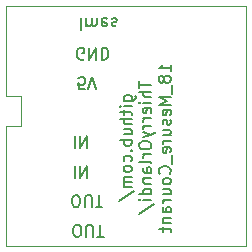
<source format=gbr>
%TF.GenerationSoftware,KiCad,Pcbnew,(5.1.9)-1*%
%TF.CreationDate,2021-06-01T15:36:46+02:00*%
%TF.ProjectId,18_Mesure_Courant,31385f4d-6573-4757-9265-5f436f757261,rev?*%
%TF.SameCoordinates,Original*%
%TF.FileFunction,Legend,Bot*%
%TF.FilePolarity,Positive*%
%FSLAX46Y46*%
G04 Gerber Fmt 4.6, Leading zero omitted, Abs format (unit mm)*
G04 Created by KiCad (PCBNEW (5.1.9)-1) date 2021-06-01 15:36:46*
%MOMM*%
%LPD*%
G01*
G04 APERTURE LIST*
%ADD10C,0.150000*%
%TA.AperFunction,Profile*%
%ADD11C,0.050000*%
%TD*%
G04 APERTURE END LIST*
D10*
X106140000Y-79287619D02*
X106330476Y-79287619D01*
X106425714Y-79240000D01*
X106520952Y-79144761D01*
X106568571Y-78954285D01*
X106568571Y-78620952D01*
X106520952Y-78430476D01*
X106425714Y-78335238D01*
X106330476Y-78287619D01*
X106140000Y-78287619D01*
X106044761Y-78335238D01*
X105949523Y-78430476D01*
X105901904Y-78620952D01*
X105901904Y-78954285D01*
X105949523Y-79144761D01*
X106044761Y-79240000D01*
X106140000Y-79287619D01*
X106997142Y-79287619D02*
X106997142Y-78478095D01*
X107044761Y-78382857D01*
X107092380Y-78335238D01*
X107187619Y-78287619D01*
X107378095Y-78287619D01*
X107473333Y-78335238D01*
X107520952Y-78382857D01*
X107568571Y-78478095D01*
X107568571Y-79287619D01*
X107901904Y-79287619D02*
X108473333Y-79287619D01*
X108187619Y-78287619D02*
X108187619Y-79287619D01*
X106116190Y-75787619D02*
X106116190Y-76787619D01*
X106592380Y-75787619D02*
X106592380Y-76787619D01*
X107163809Y-75787619D01*
X107163809Y-76787619D01*
X106640000Y-63287619D02*
X106640000Y-64287619D01*
X107116190Y-63287619D02*
X107116190Y-63954285D01*
X107116190Y-63859047D02*
X107163809Y-63906666D01*
X107259047Y-63954285D01*
X107401904Y-63954285D01*
X107497142Y-63906666D01*
X107544761Y-63811428D01*
X107544761Y-63287619D01*
X107544761Y-63811428D02*
X107592380Y-63906666D01*
X107687619Y-63954285D01*
X107830476Y-63954285D01*
X107925714Y-63906666D01*
X107973333Y-63811428D01*
X107973333Y-63287619D01*
X108830476Y-63335238D02*
X108735238Y-63287619D01*
X108544761Y-63287619D01*
X108449523Y-63335238D01*
X108401904Y-63430476D01*
X108401904Y-63811428D01*
X108449523Y-63906666D01*
X108544761Y-63954285D01*
X108735238Y-63954285D01*
X108830476Y-63906666D01*
X108878095Y-63811428D01*
X108878095Y-63716190D01*
X108401904Y-63620952D01*
X109259047Y-63335238D02*
X109354285Y-63287619D01*
X109544761Y-63287619D01*
X109640000Y-63335238D01*
X109687619Y-63430476D01*
X109687619Y-63478095D01*
X109640000Y-63573333D01*
X109544761Y-63620952D01*
X109401904Y-63620952D01*
X109306666Y-63668571D01*
X109259047Y-63763809D01*
X109259047Y-63811428D01*
X109306666Y-63906666D01*
X109401904Y-63954285D01*
X109544761Y-63954285D01*
X109640000Y-63906666D01*
D11*
X101600000Y-69850000D02*
X100330000Y-69850000D01*
X101600000Y-72390000D02*
X101600000Y-69850000D01*
X100330000Y-72390000D02*
X101600000Y-72390000D01*
D10*
X106240000Y-81787619D02*
X106430476Y-81787619D01*
X106525714Y-81740000D01*
X106620952Y-81644761D01*
X106668571Y-81454285D01*
X106668571Y-81120952D01*
X106620952Y-80930476D01*
X106525714Y-80835238D01*
X106430476Y-80787619D01*
X106240000Y-80787619D01*
X106144761Y-80835238D01*
X106049523Y-80930476D01*
X106001904Y-81120952D01*
X106001904Y-81454285D01*
X106049523Y-81644761D01*
X106144761Y-81740000D01*
X106240000Y-81787619D01*
X107097142Y-81787619D02*
X107097142Y-80978095D01*
X107144761Y-80882857D01*
X107192380Y-80835238D01*
X107287619Y-80787619D01*
X107478095Y-80787619D01*
X107573333Y-80835238D01*
X107620952Y-80882857D01*
X107668571Y-80978095D01*
X107668571Y-81787619D01*
X108001904Y-81787619D02*
X108573333Y-81787619D01*
X108287619Y-80787619D02*
X108287619Y-81787619D01*
X106116190Y-73287619D02*
X106116190Y-74287619D01*
X106592380Y-73287619D02*
X106592380Y-74287619D01*
X107163809Y-73287619D01*
X107163809Y-74287619D01*
X106949523Y-69287619D02*
X106473333Y-69287619D01*
X106425714Y-68811428D01*
X106473333Y-68859047D01*
X106568571Y-68906666D01*
X106806666Y-68906666D01*
X106901904Y-68859047D01*
X106949523Y-68811428D01*
X106997142Y-68716190D01*
X106997142Y-68478095D01*
X106949523Y-68382857D01*
X106901904Y-68335238D01*
X106806666Y-68287619D01*
X106568571Y-68287619D01*
X106473333Y-68335238D01*
X106425714Y-68382857D01*
X107282857Y-69287619D02*
X107616190Y-68287619D01*
X107949523Y-69287619D01*
X106878095Y-66740000D02*
X106782857Y-66787619D01*
X106640000Y-66787619D01*
X106497142Y-66740000D01*
X106401904Y-66644761D01*
X106354285Y-66549523D01*
X106306666Y-66359047D01*
X106306666Y-66216190D01*
X106354285Y-66025714D01*
X106401904Y-65930476D01*
X106497142Y-65835238D01*
X106640000Y-65787619D01*
X106735238Y-65787619D01*
X106878095Y-65835238D01*
X106925714Y-65882857D01*
X106925714Y-66216190D01*
X106735238Y-66216190D01*
X107354285Y-65787619D02*
X107354285Y-66787619D01*
X107925714Y-65787619D01*
X107925714Y-66787619D01*
X108401904Y-65787619D02*
X108401904Y-66787619D01*
X108640000Y-66787619D01*
X108782857Y-66740000D01*
X108878095Y-66644761D01*
X108925714Y-66549523D01*
X108973333Y-66359047D01*
X108973333Y-66216190D01*
X108925714Y-66025714D01*
X108878095Y-65930476D01*
X108782857Y-65835238D01*
X108640000Y-65787619D01*
X108401904Y-65787619D01*
D11*
X100330000Y-82550000D02*
X120650000Y-82550000D01*
X100330000Y-62230000D02*
X101600000Y-62230000D01*
X100330000Y-64770000D02*
X100330000Y-62230000D01*
X100330000Y-69850000D02*
X100330000Y-67310000D01*
X120650000Y-62230000D02*
X120650000Y-82550000D01*
X101600000Y-62230000D02*
X120650000Y-62230000D01*
X100330000Y-80010000D02*
X100330000Y-82550000D01*
X100330000Y-64770000D02*
X100330000Y-67310000D01*
D10*
X110275714Y-70263809D02*
X111085238Y-70263809D01*
X111180476Y-70216190D01*
X111228095Y-70168571D01*
X111275714Y-70073333D01*
X111275714Y-69930476D01*
X111228095Y-69835238D01*
X110894761Y-70263809D02*
X110942380Y-70168571D01*
X110942380Y-69978095D01*
X110894761Y-69882857D01*
X110847142Y-69835238D01*
X110751904Y-69787619D01*
X110466190Y-69787619D01*
X110370952Y-69835238D01*
X110323333Y-69882857D01*
X110275714Y-69978095D01*
X110275714Y-70168571D01*
X110323333Y-70263809D01*
X110942380Y-70740000D02*
X110275714Y-70740000D01*
X109942380Y-70740000D02*
X109990000Y-70692380D01*
X110037619Y-70740000D01*
X109990000Y-70787619D01*
X109942380Y-70740000D01*
X110037619Y-70740000D01*
X110275714Y-71073333D02*
X110275714Y-71454285D01*
X109942380Y-71216190D02*
X110799523Y-71216190D01*
X110894761Y-71263809D01*
X110942380Y-71359047D01*
X110942380Y-71454285D01*
X110942380Y-71787619D02*
X109942380Y-71787619D01*
X110942380Y-72216190D02*
X110418571Y-72216190D01*
X110323333Y-72168571D01*
X110275714Y-72073333D01*
X110275714Y-71930476D01*
X110323333Y-71835238D01*
X110370952Y-71787619D01*
X110275714Y-73120952D02*
X110942380Y-73120952D01*
X110275714Y-72692380D02*
X110799523Y-72692380D01*
X110894761Y-72740000D01*
X110942380Y-72835238D01*
X110942380Y-72978095D01*
X110894761Y-73073333D01*
X110847142Y-73120952D01*
X110942380Y-73597142D02*
X109942380Y-73597142D01*
X110323333Y-73597142D02*
X110275714Y-73692380D01*
X110275714Y-73882857D01*
X110323333Y-73978095D01*
X110370952Y-74025714D01*
X110466190Y-74073333D01*
X110751904Y-74073333D01*
X110847142Y-74025714D01*
X110894761Y-73978095D01*
X110942380Y-73882857D01*
X110942380Y-73692380D01*
X110894761Y-73597142D01*
X110847142Y-74501904D02*
X110894761Y-74549523D01*
X110942380Y-74501904D01*
X110894761Y-74454285D01*
X110847142Y-74501904D01*
X110942380Y-74501904D01*
X110894761Y-75406666D02*
X110942380Y-75311428D01*
X110942380Y-75120952D01*
X110894761Y-75025714D01*
X110847142Y-74978095D01*
X110751904Y-74930476D01*
X110466190Y-74930476D01*
X110370952Y-74978095D01*
X110323333Y-75025714D01*
X110275714Y-75120952D01*
X110275714Y-75311428D01*
X110323333Y-75406666D01*
X110942380Y-75978095D02*
X110894761Y-75882857D01*
X110847142Y-75835238D01*
X110751904Y-75787619D01*
X110466190Y-75787619D01*
X110370952Y-75835238D01*
X110323333Y-75882857D01*
X110275714Y-75978095D01*
X110275714Y-76120952D01*
X110323333Y-76216190D01*
X110370952Y-76263809D01*
X110466190Y-76311428D01*
X110751904Y-76311428D01*
X110847142Y-76263809D01*
X110894761Y-76216190D01*
X110942380Y-76120952D01*
X110942380Y-75978095D01*
X110942380Y-76740000D02*
X110275714Y-76740000D01*
X110370952Y-76740000D02*
X110323333Y-76787619D01*
X110275714Y-76882857D01*
X110275714Y-77025714D01*
X110323333Y-77120952D01*
X110418571Y-77168571D01*
X110942380Y-77168571D01*
X110418571Y-77168571D02*
X110323333Y-77216190D01*
X110275714Y-77311428D01*
X110275714Y-77454285D01*
X110323333Y-77549523D01*
X110418571Y-77597142D01*
X110942380Y-77597142D01*
X109894761Y-78787619D02*
X111180476Y-77930476D01*
X111592380Y-68620952D02*
X111592380Y-69192380D01*
X112592380Y-68906666D02*
X111592380Y-68906666D01*
X112592380Y-69525714D02*
X111592380Y-69525714D01*
X112592380Y-69954285D02*
X112068571Y-69954285D01*
X111973333Y-69906666D01*
X111925714Y-69811428D01*
X111925714Y-69668571D01*
X111973333Y-69573333D01*
X112020952Y-69525714D01*
X112592380Y-70430476D02*
X111925714Y-70430476D01*
X111592380Y-70430476D02*
X111640000Y-70382857D01*
X111687619Y-70430476D01*
X111640000Y-70478095D01*
X111592380Y-70430476D01*
X111687619Y-70430476D01*
X112544761Y-71287619D02*
X112592380Y-71192380D01*
X112592380Y-71001904D01*
X112544761Y-70906666D01*
X112449523Y-70859047D01*
X112068571Y-70859047D01*
X111973333Y-70906666D01*
X111925714Y-71001904D01*
X111925714Y-71192380D01*
X111973333Y-71287619D01*
X112068571Y-71335238D01*
X112163809Y-71335238D01*
X112259047Y-70859047D01*
X112592380Y-71763809D02*
X111925714Y-71763809D01*
X112116190Y-71763809D02*
X112020952Y-71811428D01*
X111973333Y-71859047D01*
X111925714Y-71954285D01*
X111925714Y-72049523D01*
X112592380Y-72382857D02*
X111925714Y-72382857D01*
X112116190Y-72382857D02*
X112020952Y-72430476D01*
X111973333Y-72478095D01*
X111925714Y-72573333D01*
X111925714Y-72668571D01*
X111925714Y-72906666D02*
X112592380Y-73144761D01*
X111925714Y-73382857D02*
X112592380Y-73144761D01*
X112830476Y-73049523D01*
X112878095Y-73001904D01*
X112925714Y-72906666D01*
X111592380Y-73954285D02*
X111592380Y-74144761D01*
X111640000Y-74240000D01*
X111735238Y-74335238D01*
X111925714Y-74382857D01*
X112259047Y-74382857D01*
X112449523Y-74335238D01*
X112544761Y-74240000D01*
X112592380Y-74144761D01*
X112592380Y-73954285D01*
X112544761Y-73859047D01*
X112449523Y-73763809D01*
X112259047Y-73716190D01*
X111925714Y-73716190D01*
X111735238Y-73763809D01*
X111640000Y-73859047D01*
X111592380Y-73954285D01*
X112592380Y-74811428D02*
X111925714Y-74811428D01*
X112116190Y-74811428D02*
X112020952Y-74859047D01*
X111973333Y-74906666D01*
X111925714Y-75001904D01*
X111925714Y-75097142D01*
X112592380Y-75573333D02*
X112544761Y-75478095D01*
X112449523Y-75430476D01*
X111592380Y-75430476D01*
X112592380Y-76382857D02*
X112068571Y-76382857D01*
X111973333Y-76335238D01*
X111925714Y-76240000D01*
X111925714Y-76049523D01*
X111973333Y-75954285D01*
X112544761Y-76382857D02*
X112592380Y-76287619D01*
X112592380Y-76049523D01*
X112544761Y-75954285D01*
X112449523Y-75906666D01*
X112354285Y-75906666D01*
X112259047Y-75954285D01*
X112211428Y-76049523D01*
X112211428Y-76287619D01*
X112163809Y-76382857D01*
X111925714Y-76859047D02*
X112592380Y-76859047D01*
X112020952Y-76859047D02*
X111973333Y-76906666D01*
X111925714Y-77001904D01*
X111925714Y-77144761D01*
X111973333Y-77240000D01*
X112068571Y-77287619D01*
X112592380Y-77287619D01*
X112592380Y-78192380D02*
X111592380Y-78192380D01*
X112544761Y-78192380D02*
X112592380Y-78097142D01*
X112592380Y-77906666D01*
X112544761Y-77811428D01*
X112497142Y-77763809D01*
X112401904Y-77716190D01*
X112116190Y-77716190D01*
X112020952Y-77763809D01*
X111973333Y-77811428D01*
X111925714Y-77906666D01*
X111925714Y-78097142D01*
X111973333Y-78192380D01*
X112592380Y-78668571D02*
X111925714Y-78668571D01*
X111592380Y-78668571D02*
X111640000Y-78620952D01*
X111687619Y-78668571D01*
X111640000Y-78716190D01*
X111592380Y-78668571D01*
X111687619Y-78668571D01*
X111544761Y-79859047D02*
X112830476Y-79001904D01*
X114242380Y-67787619D02*
X114242380Y-67216190D01*
X114242380Y-67501904D02*
X113242380Y-67501904D01*
X113385238Y-67406666D01*
X113480476Y-67311428D01*
X113528095Y-67216190D01*
X113670952Y-68359047D02*
X113623333Y-68263809D01*
X113575714Y-68216190D01*
X113480476Y-68168571D01*
X113432857Y-68168571D01*
X113337619Y-68216190D01*
X113290000Y-68263809D01*
X113242380Y-68359047D01*
X113242380Y-68549523D01*
X113290000Y-68644761D01*
X113337619Y-68692380D01*
X113432857Y-68740000D01*
X113480476Y-68740000D01*
X113575714Y-68692380D01*
X113623333Y-68644761D01*
X113670952Y-68549523D01*
X113670952Y-68359047D01*
X113718571Y-68263809D01*
X113766190Y-68216190D01*
X113861428Y-68168571D01*
X114051904Y-68168571D01*
X114147142Y-68216190D01*
X114194761Y-68263809D01*
X114242380Y-68359047D01*
X114242380Y-68549523D01*
X114194761Y-68644761D01*
X114147142Y-68692380D01*
X114051904Y-68740000D01*
X113861428Y-68740000D01*
X113766190Y-68692380D01*
X113718571Y-68644761D01*
X113670952Y-68549523D01*
X114337619Y-68930476D02*
X114337619Y-69692380D01*
X114242380Y-69930476D02*
X113242380Y-69930476D01*
X113956666Y-70263809D01*
X113242380Y-70597142D01*
X114242380Y-70597142D01*
X114194761Y-71454285D02*
X114242380Y-71359047D01*
X114242380Y-71168571D01*
X114194761Y-71073333D01*
X114099523Y-71025714D01*
X113718571Y-71025714D01*
X113623333Y-71073333D01*
X113575714Y-71168571D01*
X113575714Y-71359047D01*
X113623333Y-71454285D01*
X113718571Y-71501904D01*
X113813809Y-71501904D01*
X113909047Y-71025714D01*
X114194761Y-71882857D02*
X114242380Y-71978095D01*
X114242380Y-72168571D01*
X114194761Y-72263809D01*
X114099523Y-72311428D01*
X114051904Y-72311428D01*
X113956666Y-72263809D01*
X113909047Y-72168571D01*
X113909047Y-72025714D01*
X113861428Y-71930476D01*
X113766190Y-71882857D01*
X113718571Y-71882857D01*
X113623333Y-71930476D01*
X113575714Y-72025714D01*
X113575714Y-72168571D01*
X113623333Y-72263809D01*
X113575714Y-73168571D02*
X114242380Y-73168571D01*
X113575714Y-72740000D02*
X114099523Y-72740000D01*
X114194761Y-72787619D01*
X114242380Y-72882857D01*
X114242380Y-73025714D01*
X114194761Y-73120952D01*
X114147142Y-73168571D01*
X114242380Y-73644761D02*
X113575714Y-73644761D01*
X113766190Y-73644761D02*
X113670952Y-73692380D01*
X113623333Y-73740000D01*
X113575714Y-73835238D01*
X113575714Y-73930476D01*
X114194761Y-74644761D02*
X114242380Y-74549523D01*
X114242380Y-74359047D01*
X114194761Y-74263809D01*
X114099523Y-74216190D01*
X113718571Y-74216190D01*
X113623333Y-74263809D01*
X113575714Y-74359047D01*
X113575714Y-74549523D01*
X113623333Y-74644761D01*
X113718571Y-74692380D01*
X113813809Y-74692380D01*
X113909047Y-74216190D01*
X114337619Y-74882857D02*
X114337619Y-75644761D01*
X114147142Y-76454285D02*
X114194761Y-76406666D01*
X114242380Y-76263809D01*
X114242380Y-76168571D01*
X114194761Y-76025714D01*
X114099523Y-75930476D01*
X114004285Y-75882857D01*
X113813809Y-75835238D01*
X113670952Y-75835238D01*
X113480476Y-75882857D01*
X113385238Y-75930476D01*
X113290000Y-76025714D01*
X113242380Y-76168571D01*
X113242380Y-76263809D01*
X113290000Y-76406666D01*
X113337619Y-76454285D01*
X114242380Y-77025714D02*
X114194761Y-76930476D01*
X114147142Y-76882857D01*
X114051904Y-76835238D01*
X113766190Y-76835238D01*
X113670952Y-76882857D01*
X113623333Y-76930476D01*
X113575714Y-77025714D01*
X113575714Y-77168571D01*
X113623333Y-77263809D01*
X113670952Y-77311428D01*
X113766190Y-77359047D01*
X114051904Y-77359047D01*
X114147142Y-77311428D01*
X114194761Y-77263809D01*
X114242380Y-77168571D01*
X114242380Y-77025714D01*
X113575714Y-78216190D02*
X114242380Y-78216190D01*
X113575714Y-77787619D02*
X114099523Y-77787619D01*
X114194761Y-77835238D01*
X114242380Y-77930476D01*
X114242380Y-78073333D01*
X114194761Y-78168571D01*
X114147142Y-78216190D01*
X114242380Y-78692380D02*
X113575714Y-78692380D01*
X113766190Y-78692380D02*
X113670952Y-78740000D01*
X113623333Y-78787619D01*
X113575714Y-78882857D01*
X113575714Y-78978095D01*
X114242380Y-79740000D02*
X113718571Y-79740000D01*
X113623333Y-79692380D01*
X113575714Y-79597142D01*
X113575714Y-79406666D01*
X113623333Y-79311428D01*
X114194761Y-79740000D02*
X114242380Y-79644761D01*
X114242380Y-79406666D01*
X114194761Y-79311428D01*
X114099523Y-79263809D01*
X114004285Y-79263809D01*
X113909047Y-79311428D01*
X113861428Y-79406666D01*
X113861428Y-79644761D01*
X113813809Y-79740000D01*
X113575714Y-80216190D02*
X114242380Y-80216190D01*
X113670952Y-80216190D02*
X113623333Y-80263809D01*
X113575714Y-80359047D01*
X113575714Y-80501904D01*
X113623333Y-80597142D01*
X113718571Y-80644761D01*
X114242380Y-80644761D01*
X113575714Y-80978095D02*
X113575714Y-81359047D01*
X113242380Y-81120952D02*
X114099523Y-81120952D01*
X114194761Y-81168571D01*
X114242380Y-81263809D01*
X114242380Y-81359047D01*
D11*
X100330000Y-80010000D02*
X100330000Y-72390000D01*
M02*

</source>
